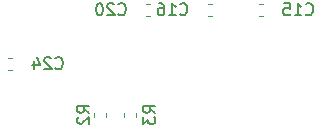
<source format=gbo>
G04 #@! TF.GenerationSoftware,KiCad,Pcbnew,(5.1.2)-1*
G04 #@! TF.CreationDate,2019-11-10T18:16:18+09:00*
G04 #@! TF.ProjectId,Inverter,496e7665-7274-4657-922e-6b696361645f,rev?*
G04 #@! TF.SameCoordinates,PX5731c70PY93d1cc0*
G04 #@! TF.FileFunction,Legend,Bot*
G04 #@! TF.FilePolarity,Positive*
%FSLAX46Y46*%
G04 Gerber Fmt 4.6, Leading zero omitted, Abs format (unit mm)*
G04 Created by KiCad (PCBNEW (5.1.2)-1) date 2019-11-10 18:16:18*
%MOMM*%
%LPD*%
G04 APERTURE LIST*
%ADD10C,0.120000*%
%ADD11C,0.150000*%
G04 APERTURE END LIST*
D10*
X43178000Y67900733D02*
X43178000Y68243267D01*
X44198000Y67900733D02*
X44198000Y68243267D01*
X40638000Y67900733D02*
X40638000Y68243267D01*
X41658000Y67900733D02*
X41658000Y68243267D01*
X33356733Y72900000D02*
X33699267Y72900000D01*
X33356733Y71880000D02*
X33699267Y71880000D01*
X45383267Y76452000D02*
X45040733Y76452000D01*
X45383267Y77472000D02*
X45040733Y77472000D01*
X50604267Y76452000D02*
X50261733Y76452000D01*
X50604267Y77472000D02*
X50261733Y77472000D01*
X54551733Y77472000D02*
X54894267Y77472000D01*
X54551733Y76452000D02*
X54894267Y76452000D01*
D11*
X45791380Y68238667D02*
X45315190Y68572000D01*
X45791380Y68810096D02*
X44791380Y68810096D01*
X44791380Y68429143D01*
X44839000Y68333905D01*
X44886619Y68286286D01*
X44981857Y68238667D01*
X45124714Y68238667D01*
X45219952Y68286286D01*
X45267571Y68333905D01*
X45315190Y68429143D01*
X45315190Y68810096D01*
X44791380Y67905334D02*
X44791380Y67286286D01*
X45172333Y67619620D01*
X45172333Y67476762D01*
X45219952Y67381524D01*
X45267571Y67333905D01*
X45362809Y67286286D01*
X45600904Y67286286D01*
X45696142Y67333905D01*
X45743761Y67381524D01*
X45791380Y67476762D01*
X45791380Y67762477D01*
X45743761Y67857715D01*
X45696142Y67905334D01*
X40203380Y68238667D02*
X39727190Y68572000D01*
X40203380Y68810096D02*
X39203380Y68810096D01*
X39203380Y68429143D01*
X39251000Y68333905D01*
X39298619Y68286286D01*
X39393857Y68238667D01*
X39536714Y68238667D01*
X39631952Y68286286D01*
X39679571Y68333905D01*
X39727190Y68429143D01*
X39727190Y68810096D01*
X39298619Y67857715D02*
X39251000Y67810096D01*
X39203380Y67714858D01*
X39203380Y67476762D01*
X39251000Y67381524D01*
X39298619Y67333905D01*
X39393857Y67286286D01*
X39489095Y67286286D01*
X39631952Y67333905D01*
X40203380Y67905334D01*
X40203380Y67286286D01*
X37345857Y72032858D02*
X37393476Y71985239D01*
X37536333Y71937620D01*
X37631571Y71937620D01*
X37774428Y71985239D01*
X37869666Y72080477D01*
X37917285Y72175715D01*
X37964904Y72366191D01*
X37964904Y72509048D01*
X37917285Y72699524D01*
X37869666Y72794762D01*
X37774428Y72890000D01*
X37631571Y72937620D01*
X37536333Y72937620D01*
X37393476Y72890000D01*
X37345857Y72842381D01*
X36964904Y72842381D02*
X36917285Y72890000D01*
X36822047Y72937620D01*
X36583952Y72937620D01*
X36488714Y72890000D01*
X36441095Y72842381D01*
X36393476Y72747143D01*
X36393476Y72651905D01*
X36441095Y72509048D01*
X37012523Y71937620D01*
X36393476Y71937620D01*
X35536333Y72604286D02*
X35536333Y71937620D01*
X35774428Y72985239D02*
X36012523Y72270953D01*
X35393476Y72270953D01*
X42679857Y76604858D02*
X42727476Y76557239D01*
X42870333Y76509620D01*
X42965571Y76509620D01*
X43108428Y76557239D01*
X43203666Y76652477D01*
X43251285Y76747715D01*
X43298904Y76938191D01*
X43298904Y77081048D01*
X43251285Y77271524D01*
X43203666Y77366762D01*
X43108428Y77462000D01*
X42965571Y77509620D01*
X42870333Y77509620D01*
X42727476Y77462000D01*
X42679857Y77414381D01*
X42298904Y77414381D02*
X42251285Y77462000D01*
X42156047Y77509620D01*
X41917952Y77509620D01*
X41822714Y77462000D01*
X41775095Y77414381D01*
X41727476Y77319143D01*
X41727476Y77223905D01*
X41775095Y77081048D01*
X42346523Y76509620D01*
X41727476Y76509620D01*
X41108428Y77509620D02*
X41013190Y77509620D01*
X40917952Y77462000D01*
X40870333Y77414381D01*
X40822714Y77319143D01*
X40775095Y77128667D01*
X40775095Y76890572D01*
X40822714Y76700096D01*
X40870333Y76604858D01*
X40917952Y76557239D01*
X41013190Y76509620D01*
X41108428Y76509620D01*
X41203666Y76557239D01*
X41251285Y76604858D01*
X41298904Y76700096D01*
X41346523Y76890572D01*
X41346523Y77128667D01*
X41298904Y77319143D01*
X41251285Y77414381D01*
X41203666Y77462000D01*
X41108428Y77509620D01*
X47900857Y76604858D02*
X47948476Y76557239D01*
X48091333Y76509620D01*
X48186571Y76509620D01*
X48329428Y76557239D01*
X48424666Y76652477D01*
X48472285Y76747715D01*
X48519904Y76938191D01*
X48519904Y77081048D01*
X48472285Y77271524D01*
X48424666Y77366762D01*
X48329428Y77462000D01*
X48186571Y77509620D01*
X48091333Y77509620D01*
X47948476Y77462000D01*
X47900857Y77414381D01*
X46948476Y76509620D02*
X47519904Y76509620D01*
X47234190Y76509620D02*
X47234190Y77509620D01*
X47329428Y77366762D01*
X47424666Y77271524D01*
X47519904Y77223905D01*
X46091333Y77509620D02*
X46281809Y77509620D01*
X46377047Y77462000D01*
X46424666Y77414381D01*
X46519904Y77271524D01*
X46567523Y77081048D01*
X46567523Y76700096D01*
X46519904Y76604858D01*
X46472285Y76557239D01*
X46377047Y76509620D01*
X46186571Y76509620D01*
X46091333Y76557239D01*
X46043714Y76604858D01*
X45996095Y76700096D01*
X45996095Y76938191D01*
X46043714Y77033429D01*
X46091333Y77081048D01*
X46186571Y77128667D01*
X46377047Y77128667D01*
X46472285Y77081048D01*
X46519904Y77033429D01*
X46567523Y76938191D01*
X58540857Y76604858D02*
X58588476Y76557239D01*
X58731333Y76509620D01*
X58826571Y76509620D01*
X58969428Y76557239D01*
X59064666Y76652477D01*
X59112285Y76747715D01*
X59159904Y76938191D01*
X59159904Y77081048D01*
X59112285Y77271524D01*
X59064666Y77366762D01*
X58969428Y77462000D01*
X58826571Y77509620D01*
X58731333Y77509620D01*
X58588476Y77462000D01*
X58540857Y77414381D01*
X57588476Y76509620D02*
X58159904Y76509620D01*
X57874190Y76509620D02*
X57874190Y77509620D01*
X57969428Y77366762D01*
X58064666Y77271524D01*
X58159904Y77223905D01*
X56683714Y77509620D02*
X57159904Y77509620D01*
X57207523Y77033429D01*
X57159904Y77081048D01*
X57064666Y77128667D01*
X56826571Y77128667D01*
X56731333Y77081048D01*
X56683714Y77033429D01*
X56636095Y76938191D01*
X56636095Y76700096D01*
X56683714Y76604858D01*
X56731333Y76557239D01*
X56826571Y76509620D01*
X57064666Y76509620D01*
X57159904Y76557239D01*
X57207523Y76604858D01*
M02*

</source>
